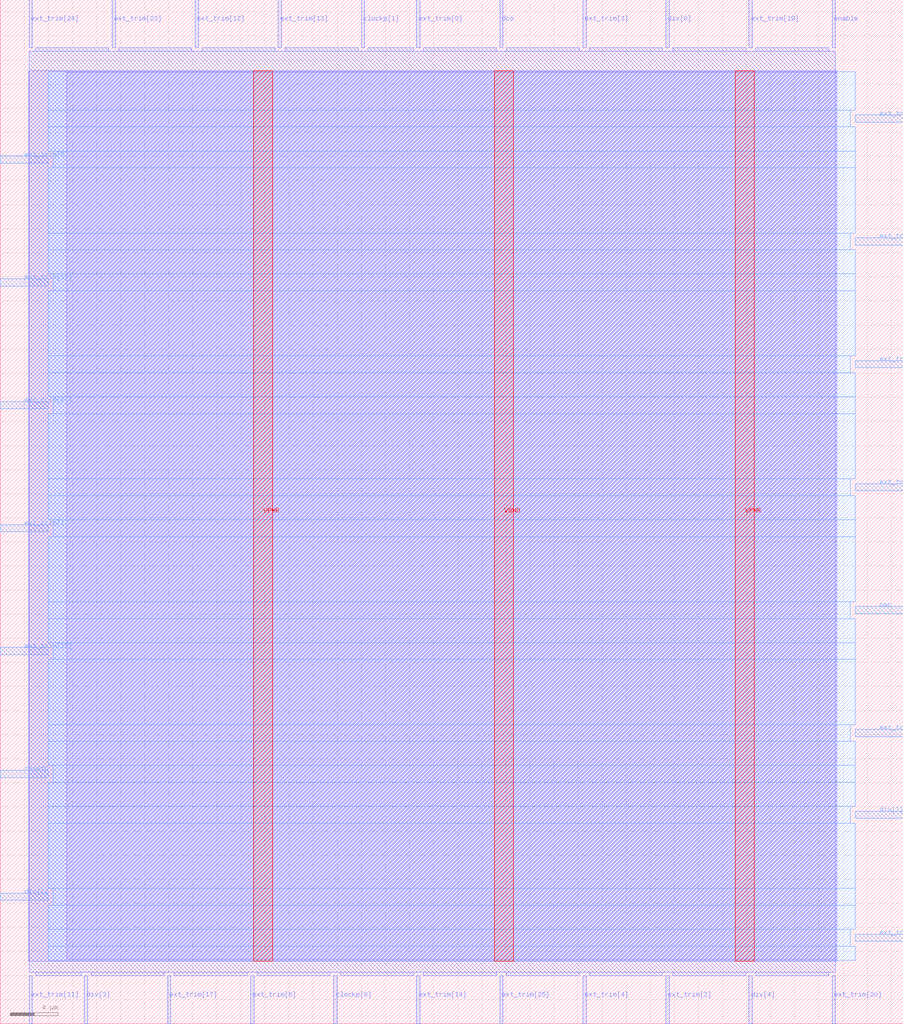
<source format=lef>
VERSION 5.7 ;
  NOWIREEXTENSIONATPIN ON ;
  DIVIDERCHAR "/" ;
  BUSBITCHARS "[]" ;
MACRO digital_pll
  CLASS BLOCK ;
  FOREIGN digital_pll ;
  ORIGIN 0.000 0.000 ;
  SIZE 75.000 BY 85.000 ;
  PIN clockp[0]
    DIRECTION OUTPUT TRISTATE ;
    USE SIGNAL ;
    PORT
      LAYER met2 ;
        RECT 27.690 0.000 27.970 4.000 ;
    END
  END clockp[0]
  PIN clockp[1]
    DIRECTION OUTPUT TRISTATE ;
    USE SIGNAL ;
    PORT
      LAYER met2 ;
        RECT 29.990 81.000 30.270 85.000 ;
    END
  END clockp[1]
  PIN dco
    DIRECTION INPUT ;
    USE SIGNAL ;
    PORT
      LAYER met2 ;
        RECT 41.490 81.000 41.770 85.000 ;
    END
  END dco
  PIN div[0]
    DIRECTION INPUT ;
    USE SIGNAL ;
    PORT
      LAYER met2 ;
        RECT 55.290 81.000 55.570 85.000 ;
    END
  END div[0]
  PIN div[1]
    DIRECTION INPUT ;
    USE SIGNAL ;
    PORT
      LAYER met3 ;
        RECT 71.000 17.040 75.000 17.640 ;
    END
  END div[1]
  PIN div[2]
    DIRECTION INPUT ;
    USE SIGNAL ;
    PORT
      LAYER met3 ;
        RECT 0.000 10.240 4.000 10.840 ;
    END
  END div[2]
  PIN div[3]
    DIRECTION INPUT ;
    USE SIGNAL ;
    PORT
      LAYER met2 ;
        RECT 6.990 0.000 7.270 4.000 ;
    END
  END div[3]
  PIN div[4]
    DIRECTION INPUT ;
    USE SIGNAL ;
    PORT
      LAYER met2 ;
        RECT 62.190 0.000 62.470 4.000 ;
    END
  END div[4]
  PIN enable
    DIRECTION INPUT ;
    USE SIGNAL ;
    PORT
      LAYER met2 ;
        RECT 69.090 81.000 69.370 85.000 ;
    END
  END enable
  PIN ext_trim[0]
    DIRECTION INPUT ;
    USE SIGNAL ;
    PORT
      LAYER met2 ;
        RECT 34.590 81.000 34.870 85.000 ;
    END
  END ext_trim[0]
  PIN ext_trim[10]
    DIRECTION INPUT ;
    USE SIGNAL ;
    PORT
      LAYER met3 ;
        RECT 0.000 61.240 4.000 61.840 ;
    END
  END ext_trim[10]
  PIN ext_trim[11]
    DIRECTION INPUT ;
    USE SIGNAL ;
    PORT
      LAYER met2 ;
        RECT 2.390 0.000 2.670 4.000 ;
    END
  END ext_trim[11]
  PIN ext_trim[12]
    DIRECTION INPUT ;
    USE SIGNAL ;
    PORT
      LAYER met2 ;
        RECT 16.190 81.000 16.470 85.000 ;
    END
  END ext_trim[12]
  PIN ext_trim[13]
    DIRECTION INPUT ;
    USE SIGNAL ;
    PORT
      LAYER met2 ;
        RECT 23.090 81.000 23.370 85.000 ;
    END
  END ext_trim[13]
  PIN ext_trim[14]
    DIRECTION INPUT ;
    USE SIGNAL ;
    PORT
      LAYER met2 ;
        RECT 34.590 0.000 34.870 4.000 ;
    END
  END ext_trim[14]
  PIN ext_trim[15]
    DIRECTION INPUT ;
    USE SIGNAL ;
    PORT
      LAYER met3 ;
        RECT 0.000 30.640 4.000 31.240 ;
    END
  END ext_trim[15]
  PIN ext_trim[16]
    DIRECTION INPUT ;
    USE SIGNAL ;
    PORT
      LAYER met3 ;
        RECT 71.000 44.240 75.000 44.840 ;
    END
  END ext_trim[16]
  PIN ext_trim[17]
    DIRECTION INPUT ;
    USE SIGNAL ;
    PORT
      LAYER met2 ;
        RECT 13.890 0.000 14.170 4.000 ;
    END
  END ext_trim[17]
  PIN ext_trim[18]
    DIRECTION INPUT ;
    USE SIGNAL ;
    PORT
      LAYER met3 ;
        RECT 71.000 6.840 75.000 7.440 ;
    END
  END ext_trim[18]
  PIN ext_trim[19]
    DIRECTION INPUT ;
    USE SIGNAL ;
    PORT
      LAYER met2 ;
        RECT 62.190 81.000 62.470 85.000 ;
    END
  END ext_trim[19]
  PIN ext_trim[1]
    DIRECTION INPUT ;
    USE SIGNAL ;
    PORT
      LAYER met3 ;
        RECT 0.000 40.840 4.000 41.440 ;
    END
  END ext_trim[1]
  PIN ext_trim[20]
    DIRECTION INPUT ;
    USE SIGNAL ;
    PORT
      LAYER met2 ;
        RECT 69.090 0.000 69.370 4.000 ;
    END
  END ext_trim[20]
  PIN ext_trim[21]
    DIRECTION INPUT ;
    USE SIGNAL ;
    PORT
      LAYER met3 ;
        RECT 0.000 51.040 4.000 51.640 ;
    END
  END ext_trim[21]
  PIN ext_trim[22]
    DIRECTION INPUT ;
    USE SIGNAL ;
    PORT
      LAYER met3 ;
        RECT 71.000 64.640 75.000 65.240 ;
    END
  END ext_trim[22]
  PIN ext_trim[23]
    DIRECTION INPUT ;
    USE SIGNAL ;
    PORT
      LAYER met2 ;
        RECT 9.290 81.000 9.570 85.000 ;
    END
  END ext_trim[23]
  PIN ext_trim[24]
    DIRECTION INPUT ;
    USE SIGNAL ;
    PORT
      LAYER met2 ;
        RECT 2.390 81.000 2.670 85.000 ;
    END
  END ext_trim[24]
  PIN ext_trim[25]
    DIRECTION INPUT ;
    USE SIGNAL ;
    PORT
      LAYER met2 ;
        RECT 41.490 0.000 41.770 4.000 ;
    END
  END ext_trim[25]
  PIN ext_trim[2]
    DIRECTION INPUT ;
    USE SIGNAL ;
    PORT
      LAYER met2 ;
        RECT 55.290 0.000 55.570 4.000 ;
    END
  END ext_trim[2]
  PIN ext_trim[3]
    DIRECTION INPUT ;
    USE SIGNAL ;
    PORT
      LAYER met2 ;
        RECT 48.390 81.000 48.670 85.000 ;
    END
  END ext_trim[3]
  PIN ext_trim[4]
    DIRECTION INPUT ;
    USE SIGNAL ;
    PORT
      LAYER met2 ;
        RECT 48.390 0.000 48.670 4.000 ;
    END
  END ext_trim[4]
  PIN ext_trim[5]
    DIRECTION INPUT ;
    USE SIGNAL ;
    PORT
      LAYER met3 ;
        RECT 0.000 71.440 4.000 72.040 ;
    END
  END ext_trim[5]
  PIN ext_trim[6]
    DIRECTION INPUT ;
    USE SIGNAL ;
    PORT
      LAYER met2 ;
        RECT 20.790 0.000 21.070 4.000 ;
    END
  END ext_trim[6]
  PIN ext_trim[7]
    DIRECTION INPUT ;
    USE SIGNAL ;
    PORT
      LAYER met3 ;
        RECT 71.000 54.440 75.000 55.040 ;
    END
  END ext_trim[7]
  PIN ext_trim[8]
    DIRECTION INPUT ;
    USE SIGNAL ;
    PORT
      LAYER met3 ;
        RECT 71.000 23.840 75.000 24.440 ;
    END
  END ext_trim[8]
  PIN ext_trim[9]
    DIRECTION INPUT ;
    USE SIGNAL ;
    PORT
      LAYER met3 ;
        RECT 71.000 74.840 75.000 75.440 ;
    END
  END ext_trim[9]
  PIN osc
    DIRECTION INPUT ;
    USE SIGNAL ;
    PORT
      LAYER met3 ;
        RECT 71.000 34.040 75.000 34.640 ;
    END
  END osc
  PIN resetb
    DIRECTION INPUT ;
    USE SIGNAL ;
    PORT
      LAYER met3 ;
        RECT 0.000 20.440 4.000 21.040 ;
    END
  END resetb
  PIN VPWR
    DIRECTION INOUT ;
    USE POWER ;
    PORT
      LAYER met4 ;
        RECT 61.040 5.200 62.640 79.120 ;
    END
  END VPWR
  PIN VPWR
    DIRECTION INOUT ;
    USE POWER ;
    PORT
      LAYER met4 ;
        RECT 21.040 5.200 22.640 79.120 ;
    END
  END VPWR
  PIN VGND
    DIRECTION INOUT ;
    USE GROUND ;
    PORT
      LAYER met4 ;
        RECT 41.040 5.200 42.640 79.120 ;
    END
  END VGND
  OBS
      LAYER li1 ;
        RECT 5.520 5.355 69.460 78.965 ;
      LAYER met1 ;
        RECT 2.370 5.200 69.460 79.120 ;
      LAYER met2 ;
        RECT 2.950 80.720 9.010 81.000 ;
        RECT 9.850 80.720 15.910 81.000 ;
        RECT 16.750 80.720 22.810 81.000 ;
        RECT 23.650 80.720 29.710 81.000 ;
        RECT 30.550 80.720 34.310 81.000 ;
        RECT 35.150 80.720 41.210 81.000 ;
        RECT 42.050 80.720 48.110 81.000 ;
        RECT 48.950 80.720 55.010 81.000 ;
        RECT 55.850 80.720 61.910 81.000 ;
        RECT 62.750 80.720 68.810 81.000 ;
        RECT 2.400 4.280 69.370 80.720 ;
        RECT 2.950 4.000 6.710 4.280 ;
        RECT 7.550 4.000 13.610 4.280 ;
        RECT 14.450 4.000 20.510 4.280 ;
        RECT 21.350 4.000 27.410 4.280 ;
        RECT 28.250 4.000 34.310 4.280 ;
        RECT 35.150 4.000 41.210 4.280 ;
        RECT 42.050 4.000 48.110 4.280 ;
        RECT 48.950 4.000 55.010 4.280 ;
        RECT 55.850 4.000 61.910 4.280 ;
        RECT 62.750 4.000 68.810 4.280 ;
      LAYER met3 ;
        RECT 4.000 75.840 71.000 79.045 ;
        RECT 4.000 74.440 70.600 75.840 ;
        RECT 4.000 72.440 71.000 74.440 ;
        RECT 4.400 71.040 71.000 72.440 ;
        RECT 4.000 65.640 71.000 71.040 ;
        RECT 4.000 64.240 70.600 65.640 ;
        RECT 4.000 62.240 71.000 64.240 ;
        RECT 4.400 60.840 71.000 62.240 ;
        RECT 4.000 55.440 71.000 60.840 ;
        RECT 4.000 54.040 70.600 55.440 ;
        RECT 4.000 52.040 71.000 54.040 ;
        RECT 4.400 50.640 71.000 52.040 ;
        RECT 4.000 45.240 71.000 50.640 ;
        RECT 4.000 43.840 70.600 45.240 ;
        RECT 4.000 41.840 71.000 43.840 ;
        RECT 4.400 40.440 71.000 41.840 ;
        RECT 4.000 35.040 71.000 40.440 ;
        RECT 4.000 33.640 70.600 35.040 ;
        RECT 4.000 31.640 71.000 33.640 ;
        RECT 4.400 30.240 71.000 31.640 ;
        RECT 4.000 24.840 71.000 30.240 ;
        RECT 4.000 23.440 70.600 24.840 ;
        RECT 4.000 21.440 71.000 23.440 ;
        RECT 4.400 20.040 71.000 21.440 ;
        RECT 4.000 18.040 71.000 20.040 ;
        RECT 4.000 16.640 70.600 18.040 ;
        RECT 4.000 11.240 71.000 16.640 ;
        RECT 4.400 9.840 71.000 11.240 ;
        RECT 4.000 7.840 71.000 9.840 ;
        RECT 4.000 6.440 70.600 7.840 ;
        RECT 4.000 5.275 71.000 6.440 ;
  END
END digital_pll
END LIBRARY


</source>
